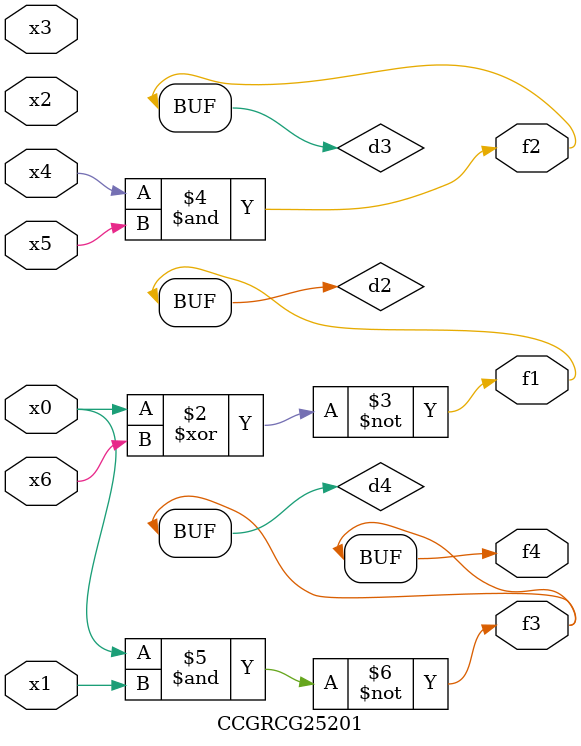
<source format=v>
module CCGRCG25201(
	input x0, x1, x2, x3, x4, x5, x6,
	output f1, f2, f3, f4
);

	wire d1, d2, d3, d4;

	nor (d1, x0);
	xnor (d2, x0, x6);
	and (d3, x4, x5);
	nand (d4, x0, x1);
	assign f1 = d2;
	assign f2 = d3;
	assign f3 = d4;
	assign f4 = d4;
endmodule

</source>
